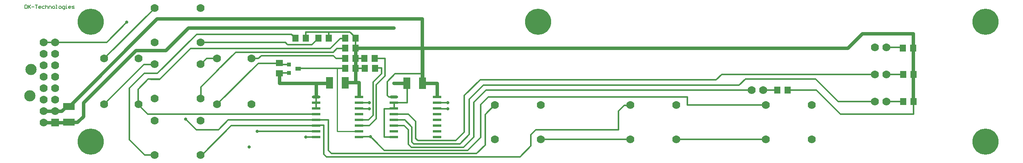
<source format=gtl>
*%FSLAX23Y23*%
*%MOIN*%
G01*
%ADD11C,0.006*%
%ADD12C,0.007*%
%ADD13C,0.008*%
%ADD14C,0.008*%
%ADD15C,0.010*%
%ADD16C,0.010*%
%ADD17C,0.012*%
%ADD18C,0.012*%
%ADD19C,0.028*%
%ADD20C,0.030*%
%ADD21C,0.030*%
%ADD22C,0.032*%
%ADD23C,0.039*%
%ADD24C,0.039*%
%ADD25C,0.059*%
%ADD26C,0.059*%
%ADD27C,0.070*%
%ADD28C,0.074*%
%ADD29O,0.076X0.024*%
%ADD30O,0.080X0.028*%
%ADD31C,0.098*%
%ADD32C,0.102*%
%ADD33C,0.125*%
%ADD34C,0.145*%
%ADD35C,0.228*%
%ADD36C,0.232*%
%ADD37R,0.036X0.036*%
%ADD38R,0.040X0.040*%
%ADD39R,0.050X0.036*%
%ADD40R,0.054X0.040*%
%ADD41R,0.055X0.064*%
%ADD42R,0.059X0.068*%
%ADD43R,0.060X0.100*%
%ADD44R,0.064X0.055*%
%ADD45R,0.064X0.104*%
%ADD46R,0.068X0.059*%
%ADD47R,0.070X0.070*%
%ADD48R,0.074X0.074*%
%ADD49R,0.076X0.024*%
%ADD50R,0.080X0.028*%
%ADD51R,0.100X0.060*%
%ADD52R,0.104X0.064*%
D14*
X5709Y8639D02*
Y8669D01*
Y8639D02*
X5724D01*
X5729Y8644D01*
Y8664D01*
X5724Y8669D01*
X5709D01*
X5739D02*
Y8639D01*
Y8649D01*
X5759Y8669D01*
X5744Y8654D01*
X5759Y8639D01*
X5769Y8654D02*
X5789D01*
X5799Y8669D02*
X5819D01*
X5809D01*
Y8639D01*
X5834D02*
X5844D01*
X5834D02*
X5829Y8644D01*
Y8654D01*
X5834Y8659D01*
X5844D01*
X5849Y8654D01*
Y8649D01*
X5829D01*
X5864Y8659D02*
X5879D01*
X5864D02*
X5859Y8654D01*
Y8644D01*
X5864Y8639D01*
X5879D01*
X5889D02*
Y8669D01*
Y8654D02*
Y8639D01*
Y8654D02*
X5894Y8659D01*
X5904D01*
X5909Y8654D01*
Y8639D01*
X5919D02*
Y8659D01*
X5934D01*
X5939Y8654D01*
Y8639D01*
X5954D02*
X5964D01*
X5969Y8644D01*
Y8654D01*
X5964Y8659D01*
X5954D01*
X5949Y8654D01*
Y8644D01*
X5954Y8639D01*
X5979D02*
X5989D01*
X5984D01*
Y8669D01*
X5979D01*
X6009Y8639D02*
X6019D01*
X6024Y8644D01*
Y8654D01*
X6019Y8659D01*
X6009D01*
X6004Y8654D01*
Y8644D01*
X6009Y8639D01*
X6044Y8629D02*
X6049D01*
X6054Y8634D01*
Y8659D01*
X6039D01*
X6034Y8654D01*
Y8644D01*
X6039Y8639D01*
X6054D01*
X6064D02*
X6074D01*
X6069D01*
Y8659D01*
X6064D01*
X6069Y8669D02*
X6070D01*
X6094Y8639D02*
X6104D01*
X6094D02*
X6089Y8644D01*
Y8654D01*
X6094Y8659D01*
X6104D01*
X6109Y8654D01*
Y8649D01*
X6089D01*
X6119Y8639D02*
X6134D01*
X6139Y8644D01*
X6134Y8649D01*
X6124D01*
X6119Y8654D01*
X6124Y8659D01*
X6139D01*
D15*
X8429Y7568D02*
X8622D01*
X8429Y8116D02*
X8087D01*
X8429D02*
Y7568D01*
D17*
X9535Y7879D02*
X9673Y8017D01*
X9701Y7970D02*
X9579Y7848D01*
X9618Y7820D02*
X9724Y7927D01*
X9677Y7513D02*
X9563Y7399D01*
X7543Y8257D02*
X7382Y8096D01*
X7394Y8108D02*
X7240Y7954D01*
X7150Y8289D02*
X6882Y8021D01*
X7067Y8277D02*
X7205Y8415D01*
X7067Y8277D02*
X6862Y8072D01*
X7504Y7616D02*
X7256Y7368D01*
X12602Y7927D02*
X12811Y7718D01*
X12791Y7828D02*
X12595Y8025D01*
X8839Y7399D02*
X8717Y7521D01*
X9402Y7458D02*
X9496D01*
X9409D02*
X9095D01*
X9417Y7427D02*
X9528D01*
X9429D02*
X9075D01*
X8839Y7399D02*
X9563D01*
X9642Y7372D02*
X8378D01*
X8335Y7344D02*
X10020D01*
X9461Y7486D02*
X9374D01*
X9386D02*
X9130D01*
X9012Y7616D02*
X8921D01*
X8925D02*
X9012D01*
X10158Y7580D02*
X10878D01*
X8311Y7620D02*
X8244D01*
Y7517D02*
X8154D01*
X11378Y7498D02*
X12165D01*
X10980D02*
X10197D01*
X8925Y7517D02*
X8839D01*
X7870Y7568D02*
X7732D01*
X7815D02*
X8244D01*
X8618Y7521D02*
X8697D01*
X8244Y7616D02*
X7504D01*
X8622Y7521D02*
X8717D01*
X12791Y7828D02*
X13114D01*
X13213D02*
X13374D01*
X13449Y7718D02*
X12811D01*
X9047D02*
X8988D01*
X9008Y7667D02*
X9016D01*
X9004Y7718D02*
X8921D01*
Y7667D02*
X9012D01*
X11476Y7797D02*
X12165D01*
X10976Y7793D02*
X10929D01*
X8350Y7667D02*
X8244D01*
X8921Y7817D02*
X9039D01*
X8925Y7765D02*
X8839D01*
X9299D02*
X9390D01*
X8709D02*
X8618D01*
X9295Y7817D02*
X9390D01*
X8709D02*
X8654D01*
X8622D02*
X8689D01*
X8244Y7667D02*
X7488D01*
X11665Y8017D02*
X11728D01*
X11984Y8025D02*
X12595D01*
X11713Y8017D02*
X9673D01*
X6882Y8021D02*
X6803D01*
X12350Y7927D02*
X12602D01*
X11929Y7970D02*
X9870D01*
X9882D02*
X9701D01*
X12138Y7927D02*
X12264D01*
X9776D02*
X9724D01*
X9776D02*
X12035D01*
X11476Y7868D02*
X9744D01*
X11776Y8065D02*
X11866D01*
X13110D01*
X13213D02*
X13362D01*
X8500Y8202D02*
X8417D01*
X6862Y8072D02*
X6756D01*
X8106Y8116D02*
X8488D01*
X8496D02*
X8390D01*
X8008Y8076D02*
X7933D01*
Y8151D02*
X8008D01*
X6839D02*
X6744D01*
X8154Y8435D02*
X8354D01*
X8539D01*
X8032Y8415D02*
X7370D01*
X7378D02*
X7205D01*
X13213Y8301D02*
X13362D01*
X8492Y8289D02*
X8425D01*
X8394Y8257D02*
X7543D01*
X8453Y8376D02*
X8512D01*
X8366Y8289D02*
X8327D01*
X7303D01*
X7996Y8324D02*
X8209D01*
X7976Y8344D02*
X7327D01*
X7339D02*
X7240D01*
X7315Y8289D02*
X7150D01*
X7240Y7954D02*
Y7852D01*
X7992Y8328D02*
X7996Y8324D01*
X7992Y8328D02*
X7976Y8344D01*
X8154Y8368D02*
Y8435D01*
X8063Y8383D02*
X8032Y8415D01*
X8350Y7525D02*
Y7399D01*
X8311Y7368D02*
Y7462D01*
Y7439D01*
X8350Y7454D02*
Y7470D01*
Y7462D02*
Y7667D01*
X8311Y7620D02*
Y7458D01*
X8244Y7769D02*
Y7907D01*
X8354Y8383D02*
Y8435D01*
X8453Y8376D02*
X8366Y8289D01*
X8260Y8376D02*
X8209Y8324D01*
X8350Y7399D02*
X8378Y7372D01*
X8335Y7344D02*
X8311Y7368D01*
X8587Y8112D02*
Y8379D01*
X8583Y8116D02*
Y7994D01*
X8394Y8257D02*
X8425Y8289D01*
X8539Y8435D02*
X8575Y8399D01*
X8394Y8226D02*
X8417Y8202D01*
X8717Y7521D02*
X8776Y7462D01*
X8839Y7517D02*
Y7765D01*
X8925D02*
Y7820D01*
X9110Y7655D02*
Y7505D01*
X9079Y7474D02*
Y7604D01*
X9047Y7580D02*
Y7454D01*
X9039Y7817D02*
Y7958D01*
X9047Y7718D02*
X9110Y7655D01*
Y7505D02*
X9130Y7486D01*
X9095Y7458D02*
X9079Y7474D01*
Y7604D02*
X9016Y7667D01*
X9047Y7454D02*
X9075Y7427D01*
X9047Y7580D02*
X9012Y7616D01*
X9535Y7561D02*
Y7879D01*
Y7561D02*
X9461Y7486D01*
X9496Y7458D02*
X9579Y7541D01*
X9618Y7517D02*
X9528Y7427D01*
X9579Y7541D02*
Y7848D01*
X9618Y7820D02*
Y7517D01*
X9677Y7513D02*
Y7545D01*
X9717Y7509D02*
Y7446D01*
X9677Y7521D02*
Y7801D01*
X9717Y7537D02*
Y7462D01*
Y7509D02*
Y7714D01*
Y7446D02*
X9642Y7372D01*
X9677Y7801D02*
X9744Y7868D01*
X9799Y7797D02*
X9717Y7714D01*
X10114Y7509D02*
Y7439D01*
Y7454D02*
Y7537D01*
Y7439D02*
X10020Y7344D01*
X10114Y7537D02*
X10158Y7580D01*
X10878D02*
Y7742D01*
X10929Y7793D01*
X11476Y7797D02*
Y7868D01*
X11728Y8017D02*
X11776Y8065D01*
X11929Y7970D02*
X11984Y8025D01*
X13449Y8297D02*
Y7718D01*
D18*
X6744Y8151D02*
X6394Y7801D01*
X6398Y8202D02*
X6843Y8647D01*
X6746Y8073D02*
X6616Y7943D01*
X6861Y8073D02*
X7203Y8415D01*
X7740Y8161D02*
X7382Y7803D01*
X6595Y8520D02*
X6420Y8345D01*
X6616Y7495D02*
X6751Y7360D01*
X6838D01*
X7200Y7581D02*
X7393D01*
X8624Y7618D02*
X8708D01*
X7534Y7667D02*
X7479D01*
X6834Y7717D02*
X8244D01*
X6834D02*
X6777D01*
X8622Y7668D02*
X8701D01*
X6882Y8022D02*
X6782D01*
X8876Y7868D02*
X8918D01*
X8392Y8227D02*
X7766D01*
X6839Y8151D02*
X6744D01*
X6746Y8073D02*
X6861D01*
X7291Y8203D02*
X7386D01*
X7740Y8161D02*
X7926D01*
X7741Y8202D02*
X7681D01*
X8590Y8203D02*
X8662D01*
X8669Y8117D02*
X8586D01*
X8932Y8069D02*
X9169D01*
X8844Y8203D02*
X8751D01*
X8759Y8119D02*
X8813D01*
X8026Y8415D02*
X7203D01*
X6420Y8345D02*
X5875D01*
X6616Y7943D02*
Y7495D01*
X6695Y7799D02*
Y7935D01*
X6782Y8022D01*
X6695Y7799D02*
X6777Y7717D01*
X7106Y7675D02*
X7200Y7581D01*
X7393D02*
X7479Y7667D01*
X7240Y8152D02*
X7291Y8203D01*
X7741Y8202D02*
X7766Y8227D01*
X8026Y8415D02*
X8052Y8389D01*
X8740Y7848D02*
Y7707D01*
X8768Y7678D02*
Y7974D01*
X8740Y7997D02*
Y7847D01*
Y7707D02*
X8701Y7668D01*
X8708Y7618D02*
X8768Y7678D01*
Y7974D02*
X8844Y8050D01*
X8813Y8070D02*
X8740Y7997D01*
X8863Y8000D02*
Y7881D01*
X8844Y8050D02*
Y8203D01*
X8813Y8119D02*
Y8070D01*
X8863Y8000D02*
X8932Y8069D01*
X8863Y7881D02*
X8876Y7868D01*
X9169Y8007D02*
Y8069D01*
D19*
X9390Y7817D02*
D03*
Y7765D02*
D03*
X8921Y7986D02*
D03*
Y8470D02*
D03*
X8709Y7817D02*
D03*
Y7765D02*
D03*
X8717Y7521D02*
D03*
X8244Y7986D02*
D03*
Y8470D02*
D03*
X8154Y7517D02*
D03*
X7732Y7568D02*
D03*
X7661Y7431D02*
D03*
X7106Y7675D02*
D03*
X6595Y8520D02*
D03*
D20*
X6858Y8549D02*
X6091Y7781D01*
X8921Y7986D02*
X9032D01*
X8287D02*
X7925D01*
X8244D02*
X8366D01*
X9173D02*
X9299D01*
X8618Y7994D02*
X8504D01*
X8921Y8470D02*
X7130D01*
X8020D02*
X8244D01*
X8768D02*
X8921D01*
X8787Y8549D02*
X9169D01*
X9114D02*
X6858D01*
X7925Y8076D02*
Y7986D01*
X8244D02*
Y7927D01*
Y7872D02*
Y7986D01*
X8618Y7994D02*
Y7872D01*
X9169Y7986D02*
Y8549D01*
Y8084D02*
Y7986D01*
X9299D02*
Y7876D01*
D21*
X6066Y7781D02*
X6029Y7744D01*
X6165Y7647D02*
X6217Y7698D01*
Y7817D02*
X6673Y8273D01*
X6933D02*
X7130Y8470D01*
X12874Y8293D02*
X13000Y8419D01*
X6101Y7644D02*
X5872D01*
X6087Y7647D02*
X6165D01*
X6022Y7744D02*
X5871D01*
X6022D02*
X6025D01*
X6029D01*
X13000Y8419D02*
X13445D01*
X6933Y8273D02*
X6673D01*
X8586Y8293D02*
X9170D01*
X9169Y8293D02*
X12874D01*
X8921Y8470D02*
X7130D01*
X6217Y7797D02*
Y7698D01*
Y7797D02*
Y7817D01*
X8586Y8001D02*
Y8293D01*
X9170D02*
Y7982D01*
X9169Y8021D02*
Y8293D01*
X13445Y8419D02*
Y7828D01*
D27*
X13111Y8301D02*
D03*
X13211D02*
D03*
X13111Y8065D02*
D03*
X13211D02*
D03*
X13111Y7828D02*
D03*
X13211D02*
D03*
X12562Y7797D02*
D03*
Y7497D02*
D03*
X12162Y7797D02*
D03*
Y7497D02*
D03*
X12037Y7927D02*
D03*
X12137D02*
D03*
X10200Y7797D02*
D03*
Y7497D02*
D03*
X9800Y7797D02*
D03*
Y7497D02*
D03*
X11381Y7797D02*
D03*
Y7497D02*
D03*
X10981Y7797D02*
D03*
Y7497D02*
D03*
X7382Y8202D02*
D03*
X7682D02*
D03*
X7382Y7802D02*
D03*
X7682D02*
D03*
X7239Y8644D02*
D03*
Y8344D02*
D03*
X6839Y8644D02*
D03*
Y8344D02*
D03*
Y7359D02*
D03*
Y7659D02*
D03*
X7239Y7359D02*
D03*
Y7659D02*
D03*
Y8152D02*
D03*
Y7852D02*
D03*
X6839Y8152D02*
D03*
Y7852D02*
D03*
X6697Y7802D02*
D03*
X6397D02*
D03*
X6697Y8202D02*
D03*
X6397D02*
D03*
X5872Y8343D02*
D03*
X5972D02*
D03*
X5872Y8243D02*
D03*
X5972D02*
D03*
X5872Y8143D02*
D03*
X5972D02*
D03*
X5872Y8043D02*
D03*
X5972D02*
D03*
X5872Y7943D02*
D03*
X5972D02*
D03*
X5872Y7843D02*
D03*
X5972D02*
D03*
X5872Y7743D02*
D03*
X5972Y7743D02*
D03*
X5872Y7643D02*
D03*
D29*
X8921Y7868D02*
D03*
X8244D02*
D03*
D31*
X5752Y7876D02*
D03*
X5760Y8108D02*
D03*
D35*
X14075Y8525D02*
D03*
Y7478D02*
D03*
X10177Y8525D02*
D03*
X6280D02*
D03*
Y7478D02*
D03*
D37*
X8008Y8151D02*
D03*
Y8076D02*
D03*
D39*
X8088Y8113D02*
D03*
D41*
X13444Y8293D02*
D03*
X13354D02*
D03*
X13448Y8065D02*
D03*
X13358D02*
D03*
X13448Y7828D02*
D03*
X13358D02*
D03*
X12350Y7927D02*
D03*
X12260D02*
D03*
X8667Y8116D02*
D03*
X8757D02*
D03*
X8665Y8203D02*
D03*
X8755D02*
D03*
X8586Y8116D02*
D03*
X8496D02*
D03*
X8354Y8379D02*
D03*
X8264D02*
D03*
X8586D02*
D03*
X8496D02*
D03*
X8586Y8293D02*
D03*
X8496D02*
D03*
X8586Y8202D02*
D03*
X8496D02*
D03*
X8153Y8379D02*
D03*
X8063D02*
D03*
D43*
X8362Y7990D02*
D03*
X8497D02*
D03*
X9035Y7986D02*
D03*
X9170D02*
D03*
D44*
X7925Y8162D02*
D03*
Y8072D02*
D03*
D47*
X5972Y7643D02*
D03*
D49*
X9296Y7868D02*
D03*
Y7818D02*
D03*
Y7768D02*
D03*
Y7718D02*
D03*
Y7668D02*
D03*
Y7618D02*
D03*
Y7568D02*
D03*
Y7518D02*
D03*
X8921D02*
D03*
Y7568D02*
D03*
Y7618D02*
D03*
Y7668D02*
D03*
Y7718D02*
D03*
Y7768D02*
D03*
Y7818D02*
D03*
X8619Y7868D02*
D03*
Y7818D02*
D03*
Y7768D02*
D03*
Y7718D02*
D03*
Y7668D02*
D03*
Y7618D02*
D03*
Y7568D02*
D03*
Y7518D02*
D03*
X8244D02*
D03*
Y7568D02*
D03*
Y7618D02*
D03*
Y7668D02*
D03*
Y7718D02*
D03*
Y7768D02*
D03*
Y7818D02*
D03*
D51*
X6091Y7647D02*
D03*
Y7782D02*
D03*
M02*

</source>
